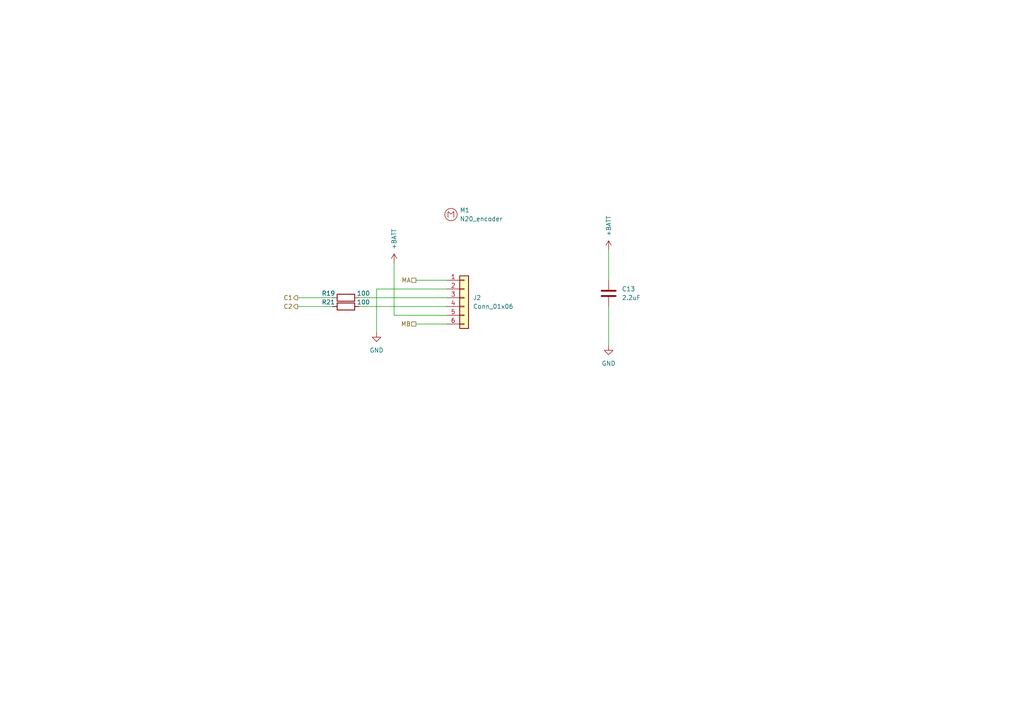
<source format=kicad_sch>
(kicad_sch (version 20230121) (generator eeschema)
  (paper "A4")
  (lib_symbols
    (symbol "Connector_Generic:Conn_01x06" (pin_names (offset 1.016) hide)
      (property "Reference" "J" (at 0 7.62 0))
      (property "Value" "Conn_01x06" (at 0 -10.16 0))
      (symbol "Conn_01x06_1_1"
        (rectangle (start -1.27 -7.493) (end 0 -7.747) (stroke (width 0.1524)))
        (rectangle (start -1.27 -4.953) (end 0 -5.207) (stroke (width 0.1524)))
        (rectangle (start -1.27 -2.413) (end 0 -2.667) (stroke (width 0.1524)))
        (rectangle (start -1.27 0.127) (end 0 -0.127) (stroke (width 0.1524)))
        (rectangle (start -1.27 2.667) (end 0 2.413) (stroke (width 0.1524)))
        (rectangle (start -1.27 5.207) (end 0 4.953) (stroke (width 0.1524)))
        (rectangle (start -1.27 6.35) (end 1.27 -8.89) (stroke (width 0.254)) (fill (type background)))
        (pin passive line (at -5.08 5.08 0) (length 3.81) (name "Pin_1") (number "1"))
        (pin passive line (at -5.08 2.54 0) (length 3.81) (name "Pin_2") (number "2"))
        (pin passive line (at -5.08 0 0) (length 3.81) (name "Pin_3") (number "3"))
        (pin passive line (at -5.08 -2.54 0) (length 3.81) (name "Pin_4") (number "4"))
        (pin passive line (at -5.08 -5.08 0) (length 3.81) (name "Pin_5") (number "5"))
        (pin passive line (at -5.08 -7.62 0) (length 3.81) (name "Pin_6") (number "6"))
      )
    )
    (symbol "Device:C" (pin_numbers hide) (pin_names (offset 0.254))
      (property "Reference" "C" (at 0.635 2.54 0))
      (property "Value" "C" (at 0.635 -2.54 0))
      (symbol "C_0_1"
        (polyline (pts (xy -2.032 -0.762) (xy 2.032 -0.762)) (stroke (width 0.508)))
        (polyline (pts (xy -2.032 0.762) (xy 2.032 0.762)) (stroke (width 0.508)))
      )
      (symbol "C_1_1"
        (pin passive line (at 0 3.81 270) (length 2.794) (name "~") (number "1"))
        (pin passive line (at 0 -3.81 90) (length 2.794) (name "~") (number "2"))
      )
    )
    (symbol "Device:R" (pin_numbers hide) (pin_names (offset 0))
      (property "Reference" "R" (at 2.032 0 90))
      (property "Value" "R" (at 0 0 90))
      (symbol "R_0_1"
        (rectangle (start -1.016 -2.54) (end 1.016 2.54) (stroke (width 0.254)))
      )
      (symbol "R_1_1"
        (pin passive line (at 0 3.81 270) (length 1.27) (name "~") (number "1"))
        (pin passive line (at 0 -3.81 90) (length 1.27) (name "~") (number "2"))
      )
    )
    (symbol "minimouse:N20_w_encoder"
      (property "Reference" "M" (at -8.89 1.27 0))
      (property "Value" "N20_encoder" (at 0 -2.54 0))
      (symbol "N20_w_encoder_0_1"
        (polyline (pts (xy -0.8636 -0.8128) (xy -0.8636 0.8636) (xy 0 0.1524) (xy 0.8128 0.8636) (xy 0.8128 -0.8128)))
        (circle (center 0 0) (radius 1.7961))
      )
    )
    (symbol "power:+BATT" (power) (pin_names (offset 0))
      (property "Value" "+BATT" (at 0 3.556 0))
      (symbol "+BATT_0_1"
        (polyline (pts (xy -0.762 1.27) (xy 0 2.54)))
        (polyline (pts (xy 0 0) (xy 0 2.54)))
        (polyline (pts (xy 0 2.54) (xy 0.762 1.27)))
      )
      (symbol "+BATT_1_1"
        (pin power_in line (at 0 0 90) (length 0) hide (name "+BATT") (number "1"))
      )
    )
    (symbol "power:GND" (power) (pin_names (offset 0))
      (property "Value" "GND" (at 0 -3.81 0))
      (symbol "GND_0_1"
        (polyline (pts (xy 0 0) (xy 0 -1.27) (xy 1.27 -1.27) (xy 0 -2.54) (xy -1.27 -1.27) (xy 0 -1.27)))
      )
      (symbol "GND_1_1"
        (pin power_in line (at 0 0 270) (length 0) hide (name "GND") (number "1"))
      )
    )
  )
  (wire (pts (xy 176.53 72.39) (xy 176.53 81.28)))
  (wire (pts (xy 120.65 81.28) (xy 129.54 81.28)))
  (wire (pts (xy 109.22 83.82) (xy 129.54 83.82)))
  (wire (pts (xy 114.3 91.44) (xy 129.54 91.44)))
  (wire (pts (xy 120.65 93.98) (xy 129.54 93.98)))
  (wire (pts (xy 114.3 76.2) (xy 114.3 91.44)))
  (wire (pts (xy 86.36 86.36) (xy 96.52 86.36)))
  (wire (pts (xy 176.53 88.9) (xy 176.53 100.33)))
  (wire (pts (xy 86.36 88.9) (xy 96.52 88.9)))
  (wire (pts (xy 104.14 88.9) (xy 129.54 88.9)))
  (wire (pts (xy 104.14 86.36) (xy 129.54 86.36)))
  (wire (pts (xy 109.22 96.52) (xy 109.22 83.82)))
  (hierarchical_label "C1" (shape output) (at 86.36 86.36 180))
  (hierarchical_label "C2" (shape output) (at 86.36 88.9 180))
  (hierarchical_label "MB" (shape passive) (at 120.65 93.98 180))
  (hierarchical_label "MA" (shape passive) (at 120.65 81.28 180))
  (symbol (lib_id "Device:R") (at 100.33 88.9 270) (unit 1)
    (property "Reference" "R21" (at 95.25 87.63 90))
    (property "Value" "100" (at 105.41 87.63 90))
    (property "Footprint" "Resistor_SMD:R_0603_1608Metric" (effects hide))
    (instances (project "minimouse" (path "" (reference "R21") (unit 1)) (path "" (reference "R22") (unit 1))))
  )
  (symbol (lib_id "power:GND") (at 176.53 100.33 0) (unit 1)
    (property "Reference" "#PWR031" (effects hide))
    (property "Value" "GND" (at 176.53 105.41 0))
    (instances (project "minimouse" (path "" (reference "#PWR031") (unit 1)) (path "" (reference "#PWR032") (unit 1))))
  )
  (symbol (lib_id "power:+BATT") (at 114.3 76.2 0) (unit 1)
    (property "Reference" "#PWR014" (effects hide))
    (property "Value" "+BATT" (at 114.3 72.39 90) (effects (justify left)))
    (instances (project "minimouse" (path "" (reference "#PWR014") (unit 1)) (path "" (reference "#PWR015") (unit 1))))
  )
  (symbol (lib_id "power:GND") (at 109.22 96.52 0) (unit 1)
    (property "Reference" "#PWR012" (effects hide))
    (property "Value" "GND" (at 109.22 101.6 0))
    (instances (project "minimouse" (path "" (reference "#PWR012") (unit 1)) (path "" (reference "#PWR013") (unit 1))))
  )
  (symbol (lib_id "power:+BATT") (at 176.53 72.39 0) (unit 1)
    (property "Reference" "#PWR019" (effects hide))
    (property "Value" "+BATT" (at 176.53 68.58 90) (effects (justify left)))
    (instances (project "minimouse" (path "" (reference "#PWR019") (unit 1)) (path "" (reference "#PWR030") (unit 1))))
  )
  (symbol (lib_id "Connector_Generic:Conn_01x06") (at 134.62 86.36 0) (unit 1)
    (property "Reference" "J2" (at 137.16 86.36 0) (effects (justify left)))
    (property "Value" "Conn_01x06" (at 137.16 88.9 0) (effects (justify left)))
    (property "Footprint" "Connector_PinHeader_2.54mm:PinHeader_1x06_P2.54mm_Vertical" (effects hide))
    (instances (project "minimouse" (path "" (reference "J2") (unit 1)) (path "" (reference "J4") (unit 1))))
  )
  (symbol (lib_id "minimouse:N20_w_encoder") (at 130.81 62.23 0) (unit 1)
    (property "Reference" "M1" (at 133.35 60.96 0) (effects (justify left)))
    (property "Value" "N20_encoder" (at 133.35 63.5 0) (effects (justify left)))
    (property "Footprint" "minimouse:N20_with_encoder" (effects hide))
    (instances (project "minimouse" (path "" (reference "M1") (unit 1)) (path "" (reference "M2") (unit 1))))
  )
  (symbol (lib_id "Device:C") (at 176.53 85.09 0) (unit 1)
    (property "Reference" "C13" (at 180.34 83.82 0) (effects (justify left)))
    (property "Value" "2.2uF" (at 180.34 86.36 0) (effects (justify left)))
    (property "Footprint" "Capacitor_SMD:C_0603_1608Metric" (effects hide))
    (instances (project "minimouse" (path "" (reference "C13") (unit 1)) (path "" (reference "C14") (unit 1))))
  )
  (symbol (lib_id "Device:R") (at 100.33 86.36 90) (unit 1)
    (property "Reference" "R19" (at 95.25 85.09 90))
    (property "Value" "100" (at 105.41 85.09 90))
    (property "Footprint" "Resistor_SMD:R_0603_1608Metric" (effects hide))
    (instances (project "minimouse" (path "" (reference "R19") (unit 1)) (path "" (reference "R20") (unit 1))))
  )
)
</source>
